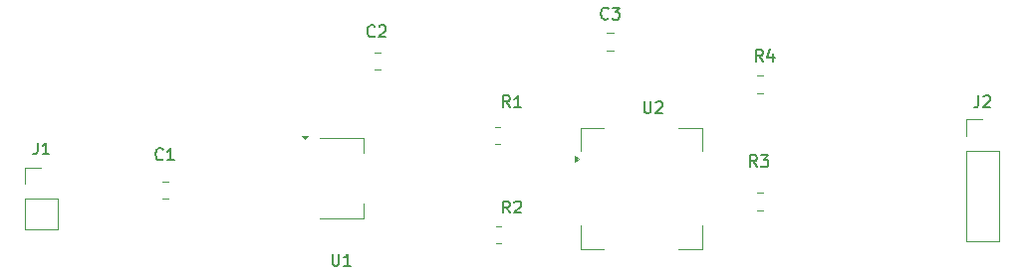
<source format=gbr>
%TF.GenerationSoftware,KiCad,Pcbnew,9.0.6*%
%TF.CreationDate,2026-01-29T23:50:48-08:00*%
%TF.ProjectId,PCB Warm-up,50434220-5761-4726-9d2d-75702e6b6963,rev?*%
%TF.SameCoordinates,Original*%
%TF.FileFunction,Legend,Top*%
%TF.FilePolarity,Positive*%
%FSLAX46Y46*%
G04 Gerber Fmt 4.6, Leading zero omitted, Abs format (unit mm)*
G04 Created by KiCad (PCBNEW 9.0.6) date 2026-01-29 23:50:48*
%MOMM*%
%LPD*%
G01*
G04 APERTURE LIST*
%ADD10C,0.150000*%
%ADD11C,0.120000*%
G04 APERTURE END LIST*
D10*
X162833333Y-101534819D02*
X162500000Y-101058628D01*
X162261905Y-101534819D02*
X162261905Y-100534819D01*
X162261905Y-100534819D02*
X162642857Y-100534819D01*
X162642857Y-100534819D02*
X162738095Y-100582438D01*
X162738095Y-100582438D02*
X162785714Y-100630057D01*
X162785714Y-100630057D02*
X162833333Y-100725295D01*
X162833333Y-100725295D02*
X162833333Y-100868152D01*
X162833333Y-100868152D02*
X162785714Y-100963390D01*
X162785714Y-100963390D02*
X162738095Y-101011009D01*
X162738095Y-101011009D02*
X162642857Y-101058628D01*
X162642857Y-101058628D02*
X162261905Y-101058628D01*
X163690476Y-100868152D02*
X163690476Y-101534819D01*
X163452381Y-100487200D02*
X163214286Y-101201485D01*
X163214286Y-101201485D02*
X163833333Y-101201485D01*
X162333333Y-110534819D02*
X162000000Y-110058628D01*
X161761905Y-110534819D02*
X161761905Y-109534819D01*
X161761905Y-109534819D02*
X162142857Y-109534819D01*
X162142857Y-109534819D02*
X162238095Y-109582438D01*
X162238095Y-109582438D02*
X162285714Y-109630057D01*
X162285714Y-109630057D02*
X162333333Y-109725295D01*
X162333333Y-109725295D02*
X162333333Y-109868152D01*
X162333333Y-109868152D02*
X162285714Y-109963390D01*
X162285714Y-109963390D02*
X162238095Y-110011009D01*
X162238095Y-110011009D02*
X162142857Y-110058628D01*
X162142857Y-110058628D02*
X161761905Y-110058628D01*
X162666667Y-109534819D02*
X163285714Y-109534819D01*
X163285714Y-109534819D02*
X162952381Y-109915771D01*
X162952381Y-109915771D02*
X163095238Y-109915771D01*
X163095238Y-109915771D02*
X163190476Y-109963390D01*
X163190476Y-109963390D02*
X163238095Y-110011009D01*
X163238095Y-110011009D02*
X163285714Y-110106247D01*
X163285714Y-110106247D02*
X163285714Y-110344342D01*
X163285714Y-110344342D02*
X163238095Y-110439580D01*
X163238095Y-110439580D02*
X163190476Y-110487200D01*
X163190476Y-110487200D02*
X163095238Y-110534819D01*
X163095238Y-110534819D02*
X162809524Y-110534819D01*
X162809524Y-110534819D02*
X162714286Y-110487200D01*
X162714286Y-110487200D02*
X162666667Y-110439580D01*
X141333333Y-114454819D02*
X141000000Y-113978628D01*
X140761905Y-114454819D02*
X140761905Y-113454819D01*
X140761905Y-113454819D02*
X141142857Y-113454819D01*
X141142857Y-113454819D02*
X141238095Y-113502438D01*
X141238095Y-113502438D02*
X141285714Y-113550057D01*
X141285714Y-113550057D02*
X141333333Y-113645295D01*
X141333333Y-113645295D02*
X141333333Y-113788152D01*
X141333333Y-113788152D02*
X141285714Y-113883390D01*
X141285714Y-113883390D02*
X141238095Y-113931009D01*
X141238095Y-113931009D02*
X141142857Y-113978628D01*
X141142857Y-113978628D02*
X140761905Y-113978628D01*
X141714286Y-113550057D02*
X141761905Y-113502438D01*
X141761905Y-113502438D02*
X141857143Y-113454819D01*
X141857143Y-113454819D02*
X142095238Y-113454819D01*
X142095238Y-113454819D02*
X142190476Y-113502438D01*
X142190476Y-113502438D02*
X142238095Y-113550057D01*
X142238095Y-113550057D02*
X142285714Y-113645295D01*
X142285714Y-113645295D02*
X142285714Y-113740533D01*
X142285714Y-113740533D02*
X142238095Y-113883390D01*
X142238095Y-113883390D02*
X141666667Y-114454819D01*
X141666667Y-114454819D02*
X142285714Y-114454819D01*
X141333333Y-105454819D02*
X141000000Y-104978628D01*
X140761905Y-105454819D02*
X140761905Y-104454819D01*
X140761905Y-104454819D02*
X141142857Y-104454819D01*
X141142857Y-104454819D02*
X141238095Y-104502438D01*
X141238095Y-104502438D02*
X141285714Y-104550057D01*
X141285714Y-104550057D02*
X141333333Y-104645295D01*
X141333333Y-104645295D02*
X141333333Y-104788152D01*
X141333333Y-104788152D02*
X141285714Y-104883390D01*
X141285714Y-104883390D02*
X141238095Y-104931009D01*
X141238095Y-104931009D02*
X141142857Y-104978628D01*
X141142857Y-104978628D02*
X140761905Y-104978628D01*
X142285714Y-105454819D02*
X141714286Y-105454819D01*
X142000000Y-105454819D02*
X142000000Y-104454819D01*
X142000000Y-104454819D02*
X141904762Y-104597676D01*
X141904762Y-104597676D02*
X141809524Y-104692914D01*
X141809524Y-104692914D02*
X141714286Y-104740533D01*
X126238095Y-117954819D02*
X126238095Y-118764342D01*
X126238095Y-118764342D02*
X126285714Y-118859580D01*
X126285714Y-118859580D02*
X126333333Y-118907200D01*
X126333333Y-118907200D02*
X126428571Y-118954819D01*
X126428571Y-118954819D02*
X126619047Y-118954819D01*
X126619047Y-118954819D02*
X126714285Y-118907200D01*
X126714285Y-118907200D02*
X126761904Y-118859580D01*
X126761904Y-118859580D02*
X126809523Y-118764342D01*
X126809523Y-118764342D02*
X126809523Y-117954819D01*
X127809523Y-118954819D02*
X127238095Y-118954819D01*
X127523809Y-118954819D02*
X127523809Y-117954819D01*
X127523809Y-117954819D02*
X127428571Y-118097676D01*
X127428571Y-118097676D02*
X127333333Y-118192914D01*
X127333333Y-118192914D02*
X127238095Y-118240533D01*
X152738095Y-104954819D02*
X152738095Y-105764342D01*
X152738095Y-105764342D02*
X152785714Y-105859580D01*
X152785714Y-105859580D02*
X152833333Y-105907200D01*
X152833333Y-105907200D02*
X152928571Y-105954819D01*
X152928571Y-105954819D02*
X153119047Y-105954819D01*
X153119047Y-105954819D02*
X153214285Y-105907200D01*
X153214285Y-105907200D02*
X153261904Y-105859580D01*
X153261904Y-105859580D02*
X153309523Y-105764342D01*
X153309523Y-105764342D02*
X153309523Y-104954819D01*
X153738095Y-105050057D02*
X153785714Y-105002438D01*
X153785714Y-105002438D02*
X153880952Y-104954819D01*
X153880952Y-104954819D02*
X154119047Y-104954819D01*
X154119047Y-104954819D02*
X154214285Y-105002438D01*
X154214285Y-105002438D02*
X154261904Y-105050057D01*
X154261904Y-105050057D02*
X154309523Y-105145295D01*
X154309523Y-105145295D02*
X154309523Y-105240533D01*
X154309523Y-105240533D02*
X154261904Y-105383390D01*
X154261904Y-105383390D02*
X153690476Y-105954819D01*
X153690476Y-105954819D02*
X154309523Y-105954819D01*
X181166666Y-104454819D02*
X181166666Y-105169104D01*
X181166666Y-105169104D02*
X181119047Y-105311961D01*
X181119047Y-105311961D02*
X181023809Y-105407200D01*
X181023809Y-105407200D02*
X180880952Y-105454819D01*
X180880952Y-105454819D02*
X180785714Y-105454819D01*
X181595238Y-104550057D02*
X181642857Y-104502438D01*
X181642857Y-104502438D02*
X181738095Y-104454819D01*
X181738095Y-104454819D02*
X181976190Y-104454819D01*
X181976190Y-104454819D02*
X182071428Y-104502438D01*
X182071428Y-104502438D02*
X182119047Y-104550057D01*
X182119047Y-104550057D02*
X182166666Y-104645295D01*
X182166666Y-104645295D02*
X182166666Y-104740533D01*
X182166666Y-104740533D02*
X182119047Y-104883390D01*
X182119047Y-104883390D02*
X181547619Y-105454819D01*
X181547619Y-105454819D02*
X182166666Y-105454819D01*
X101166666Y-108454819D02*
X101166666Y-109169104D01*
X101166666Y-109169104D02*
X101119047Y-109311961D01*
X101119047Y-109311961D02*
X101023809Y-109407200D01*
X101023809Y-109407200D02*
X100880952Y-109454819D01*
X100880952Y-109454819D02*
X100785714Y-109454819D01*
X102166666Y-109454819D02*
X101595238Y-109454819D01*
X101880952Y-109454819D02*
X101880952Y-108454819D01*
X101880952Y-108454819D02*
X101785714Y-108597676D01*
X101785714Y-108597676D02*
X101690476Y-108692914D01*
X101690476Y-108692914D02*
X101595238Y-108740533D01*
X149683333Y-97859580D02*
X149635714Y-97907200D01*
X149635714Y-97907200D02*
X149492857Y-97954819D01*
X149492857Y-97954819D02*
X149397619Y-97954819D01*
X149397619Y-97954819D02*
X149254762Y-97907200D01*
X149254762Y-97907200D02*
X149159524Y-97811961D01*
X149159524Y-97811961D02*
X149111905Y-97716723D01*
X149111905Y-97716723D02*
X149064286Y-97526247D01*
X149064286Y-97526247D02*
X149064286Y-97383390D01*
X149064286Y-97383390D02*
X149111905Y-97192914D01*
X149111905Y-97192914D02*
X149159524Y-97097676D01*
X149159524Y-97097676D02*
X149254762Y-97002438D01*
X149254762Y-97002438D02*
X149397619Y-96954819D01*
X149397619Y-96954819D02*
X149492857Y-96954819D01*
X149492857Y-96954819D02*
X149635714Y-97002438D01*
X149635714Y-97002438D02*
X149683333Y-97050057D01*
X150016667Y-96954819D02*
X150635714Y-96954819D01*
X150635714Y-96954819D02*
X150302381Y-97335771D01*
X150302381Y-97335771D02*
X150445238Y-97335771D01*
X150445238Y-97335771D02*
X150540476Y-97383390D01*
X150540476Y-97383390D02*
X150588095Y-97431009D01*
X150588095Y-97431009D02*
X150635714Y-97526247D01*
X150635714Y-97526247D02*
X150635714Y-97764342D01*
X150635714Y-97764342D02*
X150588095Y-97859580D01*
X150588095Y-97859580D02*
X150540476Y-97907200D01*
X150540476Y-97907200D02*
X150445238Y-97954819D01*
X150445238Y-97954819D02*
X150159524Y-97954819D01*
X150159524Y-97954819D02*
X150064286Y-97907200D01*
X150064286Y-97907200D02*
X150016667Y-97859580D01*
X129833333Y-99359580D02*
X129785714Y-99407200D01*
X129785714Y-99407200D02*
X129642857Y-99454819D01*
X129642857Y-99454819D02*
X129547619Y-99454819D01*
X129547619Y-99454819D02*
X129404762Y-99407200D01*
X129404762Y-99407200D02*
X129309524Y-99311961D01*
X129309524Y-99311961D02*
X129261905Y-99216723D01*
X129261905Y-99216723D02*
X129214286Y-99026247D01*
X129214286Y-99026247D02*
X129214286Y-98883390D01*
X129214286Y-98883390D02*
X129261905Y-98692914D01*
X129261905Y-98692914D02*
X129309524Y-98597676D01*
X129309524Y-98597676D02*
X129404762Y-98502438D01*
X129404762Y-98502438D02*
X129547619Y-98454819D01*
X129547619Y-98454819D02*
X129642857Y-98454819D01*
X129642857Y-98454819D02*
X129785714Y-98502438D01*
X129785714Y-98502438D02*
X129833333Y-98550057D01*
X130214286Y-98550057D02*
X130261905Y-98502438D01*
X130261905Y-98502438D02*
X130357143Y-98454819D01*
X130357143Y-98454819D02*
X130595238Y-98454819D01*
X130595238Y-98454819D02*
X130690476Y-98502438D01*
X130690476Y-98502438D02*
X130738095Y-98550057D01*
X130738095Y-98550057D02*
X130785714Y-98645295D01*
X130785714Y-98645295D02*
X130785714Y-98740533D01*
X130785714Y-98740533D02*
X130738095Y-98883390D01*
X130738095Y-98883390D02*
X130166667Y-99454819D01*
X130166667Y-99454819D02*
X130785714Y-99454819D01*
X111833333Y-109859580D02*
X111785714Y-109907200D01*
X111785714Y-109907200D02*
X111642857Y-109954819D01*
X111642857Y-109954819D02*
X111547619Y-109954819D01*
X111547619Y-109954819D02*
X111404762Y-109907200D01*
X111404762Y-109907200D02*
X111309524Y-109811961D01*
X111309524Y-109811961D02*
X111261905Y-109716723D01*
X111261905Y-109716723D02*
X111214286Y-109526247D01*
X111214286Y-109526247D02*
X111214286Y-109383390D01*
X111214286Y-109383390D02*
X111261905Y-109192914D01*
X111261905Y-109192914D02*
X111309524Y-109097676D01*
X111309524Y-109097676D02*
X111404762Y-109002438D01*
X111404762Y-109002438D02*
X111547619Y-108954819D01*
X111547619Y-108954819D02*
X111642857Y-108954819D01*
X111642857Y-108954819D02*
X111785714Y-109002438D01*
X111785714Y-109002438D02*
X111833333Y-109050057D01*
X112785714Y-109954819D02*
X112214286Y-109954819D01*
X112500000Y-109954819D02*
X112500000Y-108954819D01*
X112500000Y-108954819D02*
X112404762Y-109097676D01*
X112404762Y-109097676D02*
X112309524Y-109192914D01*
X112309524Y-109192914D02*
X112214286Y-109240533D01*
D11*
%TO.C,R4*%
X162360436Y-102765000D02*
X162814564Y-102765000D01*
X162360436Y-104235000D02*
X162814564Y-104235000D01*
%TO.C,R3*%
X162360436Y-112765000D02*
X162814564Y-112765000D01*
X162360436Y-114235000D02*
X162814564Y-114235000D01*
%TO.C,R2*%
X140160436Y-115615000D02*
X140614564Y-115615000D01*
X140160436Y-117085000D02*
X140614564Y-117085000D01*
%TO.C,R1*%
X140072936Y-107115000D02*
X140527064Y-107115000D01*
X140072936Y-108585000D02*
X140527064Y-108585000D01*
%TO.C,U1*%
X125150000Y-108090000D02*
X128910000Y-108090000D01*
X125150000Y-114910000D02*
X128910000Y-114910000D01*
X128910000Y-108090000D02*
X128910000Y-109350000D01*
X128910000Y-114910000D02*
X128910000Y-113650000D01*
X123870000Y-108190000D02*
X123630000Y-107860000D01*
X124110000Y-107860000D01*
X123870000Y-108190000D01*
G36*
X123870000Y-108190000D02*
G01*
X123630000Y-107860000D01*
X124110000Y-107860000D01*
X123870000Y-108190000D01*
G37*
%TO.C,U2*%
X147340000Y-107190000D02*
X149315000Y-107190000D01*
X147340000Y-109165000D02*
X147340000Y-107190000D01*
X147340000Y-117510000D02*
X147340000Y-115535000D01*
X149315000Y-117510000D02*
X147340000Y-117510000D01*
X155685000Y-107190000D02*
X157660000Y-107190000D01*
X157660000Y-107190000D02*
X157660000Y-109165000D01*
X157660000Y-115535000D02*
X157660000Y-117510000D01*
X157660000Y-117510000D02*
X155685000Y-117510000D01*
X147140000Y-109850000D02*
X146810000Y-110090000D01*
X146810000Y-109610000D01*
X147140000Y-109850000D01*
G36*
X147140000Y-109850000D02*
G01*
X146810000Y-110090000D01*
X146810000Y-109610000D01*
X147140000Y-109850000D01*
G37*
%TO.C,J2*%
X180120000Y-106500000D02*
X181500000Y-106500000D01*
X180120000Y-107880000D02*
X180120000Y-106500000D01*
X180120000Y-109150000D02*
X180120000Y-116880000D01*
X180120000Y-109150000D02*
X182880000Y-109150000D01*
X180120000Y-116880000D02*
X182880000Y-116880000D01*
X182880000Y-109150000D02*
X182880000Y-116880000D01*
%TO.C,J1*%
X100120000Y-110580000D02*
X101500000Y-110580000D01*
X100120000Y-111960000D02*
X100120000Y-110580000D01*
X100120000Y-113230000D02*
X100120000Y-115880000D01*
X100120000Y-113230000D02*
X102880000Y-113230000D01*
X100120000Y-115880000D02*
X102880000Y-115880000D01*
X102880000Y-113230000D02*
X102880000Y-115880000D01*
%TO.C,C3*%
X149588748Y-99115000D02*
X150111252Y-99115000D01*
X149588748Y-100585000D02*
X150111252Y-100585000D01*
%TO.C,C2*%
X129788748Y-100765000D02*
X130311252Y-100765000D01*
X129788748Y-102235000D02*
X130311252Y-102235000D01*
%TO.C,C1*%
X111788748Y-111765000D02*
X112311252Y-111765000D01*
X111788748Y-113235000D02*
X112311252Y-113235000D01*
%TD*%
M02*

</source>
